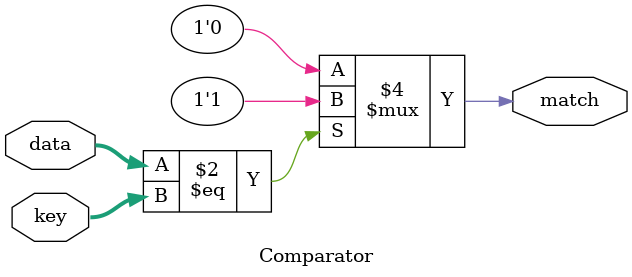
<source format=v>
`timescale 1ns / 1ps
module Comparator(
	input [63:0] data,
	input [63:0] key,
	output reg match
);

// Combinational Logic
always @*
begin
	// Default
	match = 0;
	
	// If the key matches the data, then set the match to 1.
	if (data == key)
		match = 1;
end

endmodule

</source>
